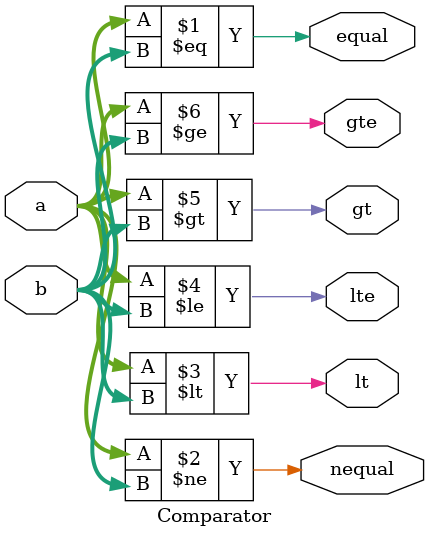
<source format=sv>
module Comparator
	#(parameter N = 8)
	(input logic[N-1:0]	a, b,
	output logic			equal, nequal, lt, lte, gt, gte);
	
	assign equal = (a == b);
	assign nequal = (a != b);
	assign lt = (a < b);
	assign lte = (a <= b);
	assign gt = (a > b);
	assign gte = (a >= b);

endmodule

</source>
